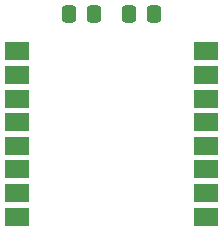
<source format=gbr>
%TF.GenerationSoftware,KiCad,Pcbnew,7.0.1*%
%TF.CreationDate,2023-03-26T17:21:00+02:00*%
%TF.ProjectId,RA01_ANT_PMOD,52413031-5f41-44e5-945f-504d4f442e6b,rev?*%
%TF.SameCoordinates,Original*%
%TF.FileFunction,Paste,Top*%
%TF.FilePolarity,Positive*%
%FSLAX46Y46*%
G04 Gerber Fmt 4.6, Leading zero omitted, Abs format (unit mm)*
G04 Created by KiCad (PCBNEW 7.0.1) date 2023-03-26 17:21:00*
%MOMM*%
%LPD*%
G01*
G04 APERTURE LIST*
G04 Aperture macros list*
%AMRoundRect*
0 Rectangle with rounded corners*
0 $1 Rounding radius*
0 $2 $3 $4 $5 $6 $7 $8 $9 X,Y pos of 4 corners*
0 Add a 4 corners polygon primitive as box body*
4,1,4,$2,$3,$4,$5,$6,$7,$8,$9,$2,$3,0*
0 Add four circle primitives for the rounded corners*
1,1,$1+$1,$2,$3*
1,1,$1+$1,$4,$5*
1,1,$1+$1,$6,$7*
1,1,$1+$1,$8,$9*
0 Add four rect primitives between the rounded corners*
20,1,$1+$1,$2,$3,$4,$5,0*
20,1,$1+$1,$4,$5,$6,$7,0*
20,1,$1+$1,$6,$7,$8,$9,0*
20,1,$1+$1,$8,$9,$2,$3,0*%
G04 Aperture macros list end*
%ADD10RoundRect,0.250000X0.337500X0.475000X-0.337500X0.475000X-0.337500X-0.475000X0.337500X-0.475000X0*%
%ADD11R,2.000000X1.500000*%
%ADD12RoundRect,0.250000X-0.337500X-0.475000X0.337500X-0.475000X0.337500X0.475000X-0.337500X0.475000X0*%
G04 APERTURE END LIST*
D10*
%TO.C,C1*%
X133117500Y-40640000D03*
X131042500Y-40640000D03*
%TD*%
D11*
%TO.C,U1*%
X126620000Y-43800000D03*
X126620000Y-45800000D03*
X126620000Y-47800000D03*
X126620000Y-49800000D03*
X126620000Y-51800000D03*
X126620000Y-53800000D03*
X126620000Y-55800000D03*
X126620000Y-57800000D03*
X142620000Y-57800000D03*
X142620000Y-55800000D03*
X142620000Y-53800000D03*
X142620000Y-51800000D03*
X142620000Y-49800000D03*
X142620000Y-47800000D03*
X142620000Y-45800000D03*
X142620000Y-43800000D03*
%TD*%
D12*
%TO.C,C2*%
X136122500Y-40640000D03*
X138197500Y-40640000D03*
%TD*%
M02*

</source>
